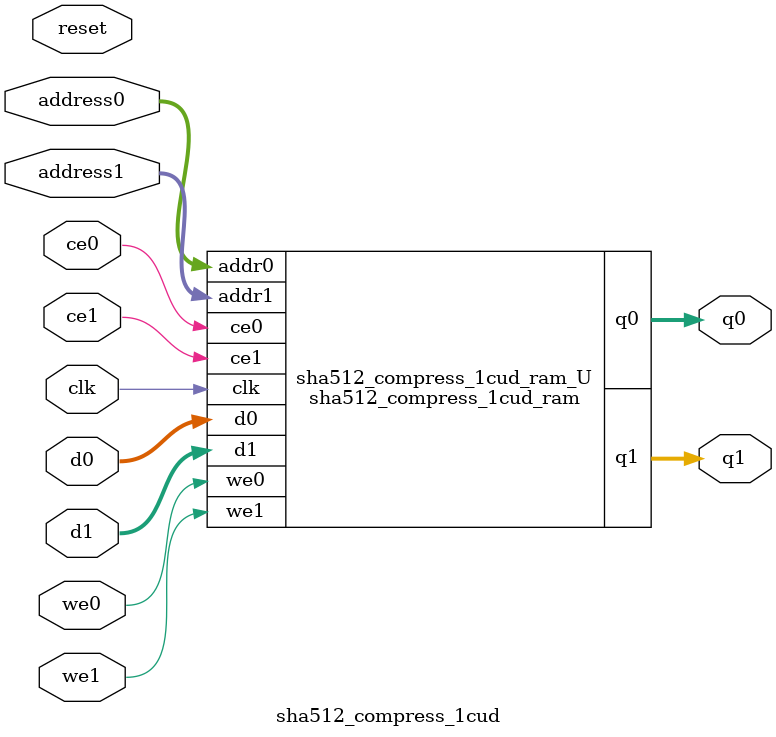
<source format=v>

`timescale 1 ns / 1 ps
module sha512_compress_1cud_ram (addr0, ce0, d0, we0, q0, addr1, ce1, d1, we1, q1,  clk);

parameter DWIDTH = 64;
parameter AWIDTH = 3;
parameter MEM_SIZE = 8;

input[AWIDTH-1:0] addr0;
input ce0;
input[DWIDTH-1:0] d0;
input we0;
output reg[DWIDTH-1:0] q0;
input[AWIDTH-1:0] addr1;
input ce1;
input[DWIDTH-1:0] d1;
input we1;
output reg[DWIDTH-1:0] q1;
input clk;

(* ram_style = "block" *)reg [DWIDTH-1:0] ram[0:MEM_SIZE-1];




always @(posedge clk)  
begin 
    if (ce0) 
    begin
        if (we0) 
        begin 
            ram[addr0] <= d0; 
            q0 <= d0;
        end 
        else 
            q0 <= ram[addr0];
    end
end


always @(posedge clk)  
begin 
    if (ce1) 
    begin
        if (we1) 
        begin 
            ram[addr1] <= d1; 
            q1 <= d1;
        end 
        else 
            q1 <= ram[addr1];
    end
end


endmodule


`timescale 1 ns / 1 ps
module sha512_compress_1cud(
    reset,
    clk,
    address0,
    ce0,
    we0,
    d0,
    q0,
    address1,
    ce1,
    we1,
    d1,
    q1);

parameter DataWidth = 32'd64;
parameter AddressRange = 32'd8;
parameter AddressWidth = 32'd3;
input reset;
input clk;
input[AddressWidth - 1:0] address0;
input ce0;
input we0;
input[DataWidth - 1:0] d0;
output[DataWidth - 1:0] q0;
input[AddressWidth - 1:0] address1;
input ce1;
input we1;
input[DataWidth - 1:0] d1;
output[DataWidth - 1:0] q1;



sha512_compress_1cud_ram sha512_compress_1cud_ram_U(
    .clk( clk ),
    .addr0( address0 ),
    .ce0( ce0 ),
    .d0( d0 ),
    .we0( we0 ),
    .q0( q0 ),
    .addr1( address1 ),
    .ce1( ce1 ),
    .d1( d1 ),
    .we1( we1 ),
    .q1( q1 ));

endmodule


</source>
